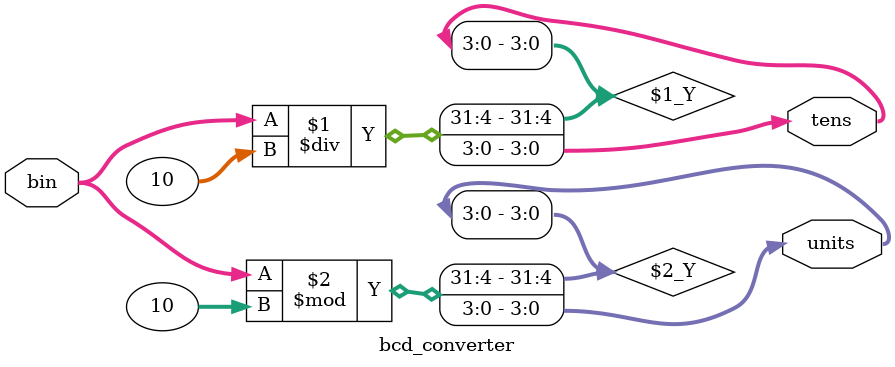
<source format=v>
module bcd_converter (
    input  wire [7:0] bin,
    output wire [3:0] tens,
    output wire [3:0] units
);

    assign tens  = bin / 10;
    assign units = bin % 10;

endmodule

</source>
